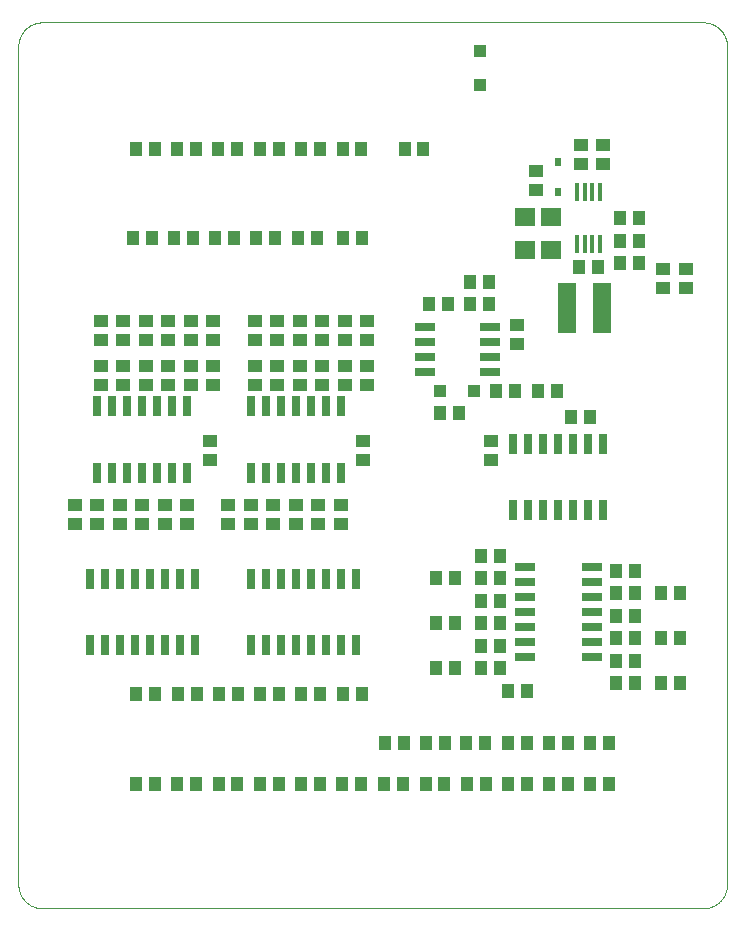
<source format=gtp>
G75*
%MOIN*%
%OFA0B0*%
%FSLAX25Y25*%
%IPPOS*%
%LPD*%
%AMOC8*
5,1,8,0,0,1.08239X$1,22.5*
%
%ADD10C,0.00400*%
%ADD11R,0.04331X0.05118*%
%ADD12R,0.01772X0.06496*%
%ADD13R,0.06299X0.16535*%
%ADD14R,0.05118X0.04331*%
%ADD15R,0.07087X0.06299*%
%ADD16R,0.04331X0.04331*%
%ADD17R,0.02756X0.06890*%
%ADD18R,0.02362X0.03150*%
%ADD19R,0.06890X0.02756*%
D10*
X0001394Y0009268D02*
X0001394Y0288795D01*
X0001396Y0288985D01*
X0001403Y0289175D01*
X0001415Y0289365D01*
X0001431Y0289555D01*
X0001451Y0289744D01*
X0001477Y0289933D01*
X0001506Y0290121D01*
X0001541Y0290308D01*
X0001580Y0290494D01*
X0001623Y0290679D01*
X0001671Y0290864D01*
X0001723Y0291047D01*
X0001779Y0291228D01*
X0001840Y0291408D01*
X0001906Y0291587D01*
X0001975Y0291764D01*
X0002049Y0291940D01*
X0002127Y0292113D01*
X0002210Y0292285D01*
X0002296Y0292454D01*
X0002386Y0292622D01*
X0002481Y0292787D01*
X0002579Y0292950D01*
X0002682Y0293110D01*
X0002788Y0293268D01*
X0002898Y0293423D01*
X0003011Y0293576D01*
X0003129Y0293726D01*
X0003250Y0293872D01*
X0003374Y0294016D01*
X0003502Y0294157D01*
X0003633Y0294295D01*
X0003768Y0294430D01*
X0003906Y0294561D01*
X0004047Y0294689D01*
X0004191Y0294813D01*
X0004337Y0294934D01*
X0004487Y0295052D01*
X0004640Y0295165D01*
X0004795Y0295275D01*
X0004953Y0295381D01*
X0005113Y0295484D01*
X0005276Y0295582D01*
X0005441Y0295677D01*
X0005609Y0295767D01*
X0005778Y0295853D01*
X0005950Y0295936D01*
X0006123Y0296014D01*
X0006299Y0296088D01*
X0006476Y0296157D01*
X0006655Y0296223D01*
X0006835Y0296284D01*
X0007016Y0296340D01*
X0007199Y0296392D01*
X0007384Y0296440D01*
X0007569Y0296483D01*
X0007755Y0296522D01*
X0007942Y0296557D01*
X0008130Y0296586D01*
X0008319Y0296612D01*
X0008508Y0296632D01*
X0008698Y0296648D01*
X0008888Y0296660D01*
X0009078Y0296667D01*
X0009268Y0296669D01*
X0229740Y0296669D01*
X0229930Y0296667D01*
X0230120Y0296660D01*
X0230310Y0296648D01*
X0230500Y0296632D01*
X0230689Y0296612D01*
X0230878Y0296586D01*
X0231066Y0296557D01*
X0231253Y0296522D01*
X0231439Y0296483D01*
X0231624Y0296440D01*
X0231809Y0296392D01*
X0231992Y0296340D01*
X0232173Y0296284D01*
X0232353Y0296223D01*
X0232532Y0296157D01*
X0232709Y0296088D01*
X0232885Y0296014D01*
X0233058Y0295936D01*
X0233230Y0295853D01*
X0233399Y0295767D01*
X0233567Y0295677D01*
X0233732Y0295582D01*
X0233895Y0295484D01*
X0234055Y0295381D01*
X0234213Y0295275D01*
X0234368Y0295165D01*
X0234521Y0295052D01*
X0234671Y0294934D01*
X0234817Y0294813D01*
X0234961Y0294689D01*
X0235102Y0294561D01*
X0235240Y0294430D01*
X0235375Y0294295D01*
X0235506Y0294157D01*
X0235634Y0294016D01*
X0235758Y0293872D01*
X0235879Y0293726D01*
X0235997Y0293576D01*
X0236110Y0293423D01*
X0236220Y0293268D01*
X0236326Y0293110D01*
X0236429Y0292950D01*
X0236527Y0292787D01*
X0236622Y0292622D01*
X0236712Y0292454D01*
X0236798Y0292285D01*
X0236881Y0292113D01*
X0236959Y0291940D01*
X0237033Y0291764D01*
X0237102Y0291587D01*
X0237168Y0291408D01*
X0237229Y0291228D01*
X0237285Y0291047D01*
X0237337Y0290864D01*
X0237385Y0290679D01*
X0237428Y0290494D01*
X0237467Y0290308D01*
X0237502Y0290121D01*
X0237531Y0289933D01*
X0237557Y0289744D01*
X0237577Y0289555D01*
X0237593Y0289365D01*
X0237605Y0289175D01*
X0237612Y0288985D01*
X0237614Y0288795D01*
X0237614Y0009268D01*
X0237612Y0009078D01*
X0237605Y0008888D01*
X0237593Y0008698D01*
X0237577Y0008508D01*
X0237557Y0008319D01*
X0237531Y0008130D01*
X0237502Y0007942D01*
X0237467Y0007755D01*
X0237428Y0007569D01*
X0237385Y0007384D01*
X0237337Y0007199D01*
X0237285Y0007016D01*
X0237229Y0006835D01*
X0237168Y0006655D01*
X0237102Y0006476D01*
X0237033Y0006299D01*
X0236959Y0006123D01*
X0236881Y0005950D01*
X0236798Y0005778D01*
X0236712Y0005609D01*
X0236622Y0005441D01*
X0236527Y0005276D01*
X0236429Y0005113D01*
X0236326Y0004953D01*
X0236220Y0004795D01*
X0236110Y0004640D01*
X0235997Y0004487D01*
X0235879Y0004337D01*
X0235758Y0004191D01*
X0235634Y0004047D01*
X0235506Y0003906D01*
X0235375Y0003768D01*
X0235240Y0003633D01*
X0235102Y0003502D01*
X0234961Y0003374D01*
X0234817Y0003250D01*
X0234671Y0003129D01*
X0234521Y0003011D01*
X0234368Y0002898D01*
X0234213Y0002788D01*
X0234055Y0002682D01*
X0233895Y0002579D01*
X0233732Y0002481D01*
X0233567Y0002386D01*
X0233399Y0002296D01*
X0233230Y0002210D01*
X0233058Y0002127D01*
X0232885Y0002049D01*
X0232709Y0001975D01*
X0232532Y0001906D01*
X0232353Y0001840D01*
X0232173Y0001779D01*
X0231992Y0001723D01*
X0231809Y0001671D01*
X0231624Y0001623D01*
X0231439Y0001580D01*
X0231253Y0001541D01*
X0231066Y0001506D01*
X0230878Y0001477D01*
X0230689Y0001451D01*
X0230500Y0001431D01*
X0230310Y0001415D01*
X0230120Y0001403D01*
X0229930Y0001396D01*
X0229740Y0001394D01*
X0009268Y0001394D01*
X0009078Y0001396D01*
X0008888Y0001403D01*
X0008698Y0001415D01*
X0008508Y0001431D01*
X0008319Y0001451D01*
X0008130Y0001477D01*
X0007942Y0001506D01*
X0007755Y0001541D01*
X0007569Y0001580D01*
X0007384Y0001623D01*
X0007199Y0001671D01*
X0007016Y0001723D01*
X0006835Y0001779D01*
X0006655Y0001840D01*
X0006476Y0001906D01*
X0006299Y0001975D01*
X0006123Y0002049D01*
X0005950Y0002127D01*
X0005778Y0002210D01*
X0005609Y0002296D01*
X0005441Y0002386D01*
X0005276Y0002481D01*
X0005113Y0002579D01*
X0004953Y0002682D01*
X0004795Y0002788D01*
X0004640Y0002898D01*
X0004487Y0003011D01*
X0004337Y0003129D01*
X0004191Y0003250D01*
X0004047Y0003374D01*
X0003906Y0003502D01*
X0003768Y0003633D01*
X0003633Y0003768D01*
X0003502Y0003906D01*
X0003374Y0004047D01*
X0003250Y0004191D01*
X0003129Y0004337D01*
X0003011Y0004487D01*
X0002898Y0004640D01*
X0002788Y0004795D01*
X0002682Y0004953D01*
X0002579Y0005113D01*
X0002481Y0005276D01*
X0002386Y0005441D01*
X0002296Y0005609D01*
X0002210Y0005778D01*
X0002127Y0005950D01*
X0002049Y0006123D01*
X0001975Y0006299D01*
X0001906Y0006476D01*
X0001840Y0006655D01*
X0001779Y0006835D01*
X0001723Y0007016D01*
X0001671Y0007199D01*
X0001623Y0007384D01*
X0001580Y0007569D01*
X0001541Y0007755D01*
X0001506Y0007942D01*
X0001477Y0008130D01*
X0001451Y0008319D01*
X0001431Y0008508D01*
X0001415Y0008698D01*
X0001403Y0008888D01*
X0001396Y0009078D01*
X0001394Y0009268D01*
D11*
X0040567Y0042732D03*
X0046866Y0042732D03*
X0054346Y0042732D03*
X0060646Y0042732D03*
X0068126Y0042732D03*
X0074425Y0042732D03*
X0081906Y0042732D03*
X0088205Y0042732D03*
X0095685Y0042732D03*
X0101984Y0042732D03*
X0109406Y0042732D03*
X0115705Y0042732D03*
X0123392Y0042732D03*
X0129691Y0042732D03*
X0137112Y0042732D03*
X0143411Y0042732D03*
X0150833Y0042732D03*
X0157132Y0042732D03*
X0164553Y0042732D03*
X0170852Y0042732D03*
X0178274Y0042732D03*
X0184573Y0042732D03*
X0191994Y0042732D03*
X0198293Y0042732D03*
X0198293Y0056394D03*
X0191994Y0056394D03*
X0184543Y0056394D03*
X0178244Y0056394D03*
X0170793Y0056394D03*
X0164494Y0056394D03*
X0157043Y0056394D03*
X0150744Y0056394D03*
X0143559Y0056581D03*
X0137260Y0056581D03*
X0129809Y0056581D03*
X0123510Y0056581D03*
X0115793Y0072644D03*
X0109494Y0072644D03*
X0102043Y0072644D03*
X0095744Y0072644D03*
X0088293Y0072644D03*
X0081994Y0072644D03*
X0074543Y0072644D03*
X0068244Y0072644D03*
X0060793Y0072644D03*
X0054494Y0072644D03*
X0047043Y0072644D03*
X0040744Y0072644D03*
X0140744Y0081394D03*
X0147043Y0081394D03*
X0155744Y0081394D03*
X0162043Y0081394D03*
X0162043Y0088894D03*
X0155744Y0088894D03*
X0155744Y0096394D03*
X0162043Y0096394D03*
X0162043Y0103894D03*
X0155744Y0103894D03*
X0155744Y0111394D03*
X0162043Y0111394D03*
X0162043Y0118894D03*
X0155744Y0118894D03*
X0147043Y0111394D03*
X0140744Y0111394D03*
X0140744Y0096394D03*
X0147043Y0096394D03*
X0164494Y0073894D03*
X0170793Y0073894D03*
X0200744Y0076394D03*
X0207043Y0076394D03*
X0207043Y0083894D03*
X0200744Y0083894D03*
X0200744Y0091394D03*
X0207043Y0091394D03*
X0207043Y0098894D03*
X0200744Y0098894D03*
X0200744Y0106394D03*
X0207043Y0106394D03*
X0207043Y0113894D03*
X0200744Y0113894D03*
X0215744Y0106394D03*
X0222043Y0106394D03*
X0222043Y0091394D03*
X0215744Y0091394D03*
X0215744Y0076394D03*
X0222043Y0076394D03*
X0192043Y0165144D03*
X0185744Y0165144D03*
X0180793Y0173894D03*
X0174494Y0173894D03*
X0167043Y0173894D03*
X0160744Y0173894D03*
X0148293Y0166394D03*
X0141994Y0166394D03*
X0144543Y0202644D03*
X0138244Y0202644D03*
X0151994Y0202644D03*
X0158293Y0202644D03*
X0158293Y0210144D03*
X0151994Y0210144D03*
X0115793Y0224829D03*
X0109494Y0224829D03*
X0100793Y0224829D03*
X0094494Y0224829D03*
X0087043Y0224829D03*
X0080744Y0224829D03*
X0073293Y0224829D03*
X0066994Y0224829D03*
X0059543Y0224829D03*
X0053244Y0224829D03*
X0045793Y0224829D03*
X0039494Y0224829D03*
X0040626Y0254346D03*
X0046925Y0254346D03*
X0054346Y0254346D03*
X0060646Y0254346D03*
X0068067Y0254346D03*
X0074366Y0254346D03*
X0081906Y0254346D03*
X0088205Y0254346D03*
X0095685Y0254346D03*
X0101984Y0254346D03*
X0109465Y0254346D03*
X0115764Y0254346D03*
X0130134Y0254346D03*
X0136433Y0254346D03*
X0188244Y0215144D03*
X0194543Y0215144D03*
X0201994Y0216394D03*
X0208293Y0216394D03*
X0208293Y0223894D03*
X0208293Y0231394D03*
X0201994Y0231394D03*
X0201994Y0223894D03*
D12*
X0195144Y0222732D03*
X0192644Y0222732D03*
X0190144Y0222732D03*
X0187644Y0222732D03*
X0187644Y0240055D03*
X0190144Y0240055D03*
X0192644Y0240055D03*
X0195144Y0240055D03*
D13*
X0196049Y0201394D03*
X0184238Y0201394D03*
D14*
X0167644Y0195793D03*
X0167644Y0189494D03*
X0158894Y0157043D03*
X0158894Y0150744D03*
X0117644Y0175744D03*
X0117644Y0182043D03*
X0110144Y0182043D03*
X0110144Y0175744D03*
X0102644Y0175744D03*
X0102644Y0182043D03*
X0095144Y0182043D03*
X0095144Y0175744D03*
X0087644Y0175744D03*
X0087644Y0182043D03*
X0080144Y0182043D03*
X0080144Y0175744D03*
X0080144Y0190744D03*
X0080144Y0197043D03*
X0087644Y0197043D03*
X0087644Y0190744D03*
X0095144Y0190744D03*
X0095144Y0197043D03*
X0102644Y0197043D03*
X0102644Y0190744D03*
X0110144Y0190744D03*
X0110144Y0197043D03*
X0117644Y0197043D03*
X0117644Y0190744D03*
X0116394Y0157043D03*
X0116394Y0150744D03*
X0108894Y0135793D03*
X0108894Y0129494D03*
X0101394Y0129494D03*
X0101394Y0135793D03*
X0093894Y0135793D03*
X0093894Y0129494D03*
X0086394Y0129494D03*
X0086394Y0135793D03*
X0078894Y0135793D03*
X0078894Y0129494D03*
X0071394Y0129494D03*
X0071394Y0135793D03*
X0065144Y0150744D03*
X0065144Y0157043D03*
X0066394Y0175744D03*
X0066394Y0182043D03*
X0058894Y0182043D03*
X0058894Y0175744D03*
X0051394Y0175744D03*
X0051394Y0182043D03*
X0043894Y0182043D03*
X0043894Y0175744D03*
X0036394Y0175744D03*
X0036394Y0182043D03*
X0028894Y0182043D03*
X0028894Y0175744D03*
X0028894Y0190744D03*
X0028894Y0197043D03*
X0036394Y0197043D03*
X0036394Y0190744D03*
X0043894Y0190744D03*
X0043894Y0197043D03*
X0051394Y0197043D03*
X0051394Y0190744D03*
X0058894Y0190744D03*
X0058894Y0197043D03*
X0066394Y0197043D03*
X0066394Y0190744D03*
X0057644Y0135793D03*
X0057644Y0129494D03*
X0050144Y0129494D03*
X0050144Y0135793D03*
X0042644Y0135793D03*
X0042644Y0129494D03*
X0035144Y0129494D03*
X0035144Y0135793D03*
X0027644Y0135793D03*
X0027644Y0129494D03*
X0020144Y0129494D03*
X0020144Y0135793D03*
X0173894Y0240744D03*
X0173894Y0247043D03*
X0188894Y0249494D03*
X0188894Y0255793D03*
X0196394Y0255793D03*
X0196394Y0249494D03*
X0216394Y0214543D03*
X0216394Y0208244D03*
X0223894Y0208244D03*
X0223894Y0214543D03*
D15*
X0178894Y0220882D03*
X0170144Y0220882D03*
X0170144Y0231906D03*
X0178894Y0231906D03*
D16*
X0155144Y0275685D03*
X0155144Y0287102D03*
X0153352Y0173894D03*
X0141935Y0173894D03*
D17*
X0166394Y0156266D03*
X0171394Y0156266D03*
X0176394Y0156266D03*
X0181394Y0156266D03*
X0186394Y0156266D03*
X0191394Y0156266D03*
X0196394Y0156266D03*
X0196394Y0134022D03*
X0191394Y0134022D03*
X0186394Y0134022D03*
X0181394Y0134022D03*
X0176394Y0134022D03*
X0171394Y0134022D03*
X0166394Y0134022D03*
X0113894Y0111266D03*
X0108894Y0111266D03*
X0103894Y0111266D03*
X0098894Y0111266D03*
X0093894Y0111266D03*
X0088894Y0111266D03*
X0083894Y0111266D03*
X0078894Y0111266D03*
X0060144Y0111266D03*
X0055144Y0111266D03*
X0050144Y0111266D03*
X0045144Y0111266D03*
X0040144Y0111266D03*
X0035144Y0111266D03*
X0030144Y0111266D03*
X0025144Y0111266D03*
X0025144Y0089022D03*
X0030144Y0089022D03*
X0035144Y0089022D03*
X0040144Y0089022D03*
X0045144Y0089022D03*
X0050144Y0089022D03*
X0055144Y0089022D03*
X0060144Y0089022D03*
X0078894Y0089022D03*
X0083894Y0089022D03*
X0088894Y0089022D03*
X0093894Y0089022D03*
X0098894Y0089022D03*
X0103894Y0089022D03*
X0108894Y0089022D03*
X0113894Y0089022D03*
X0108894Y0146522D03*
X0103894Y0146522D03*
X0098894Y0146522D03*
X0093894Y0146522D03*
X0088894Y0146522D03*
X0083894Y0146522D03*
X0078894Y0146522D03*
X0057644Y0146522D03*
X0052644Y0146522D03*
X0047644Y0146522D03*
X0042644Y0146522D03*
X0037644Y0146522D03*
X0032644Y0146522D03*
X0027644Y0146522D03*
X0027644Y0168766D03*
X0032644Y0168766D03*
X0037644Y0168766D03*
X0042644Y0168766D03*
X0047644Y0168766D03*
X0052644Y0168766D03*
X0057644Y0168766D03*
X0078894Y0168766D03*
X0083894Y0168766D03*
X0088894Y0168766D03*
X0093894Y0168766D03*
X0098894Y0168766D03*
X0103894Y0168766D03*
X0108894Y0168766D03*
D18*
X0181394Y0240222D03*
X0181394Y0250065D03*
D19*
X0158470Y0195144D03*
X0158470Y0190144D03*
X0158470Y0185144D03*
X0158470Y0180144D03*
X0136817Y0180144D03*
X0136817Y0185144D03*
X0136817Y0190144D03*
X0136817Y0195144D03*
X0170272Y0115144D03*
X0170272Y0110144D03*
X0170272Y0105144D03*
X0170272Y0100144D03*
X0170272Y0095144D03*
X0170272Y0090144D03*
X0170272Y0085144D03*
X0192516Y0085144D03*
X0192516Y0090144D03*
X0192516Y0095144D03*
X0192516Y0100144D03*
X0192516Y0105144D03*
X0192516Y0110144D03*
X0192516Y0115144D03*
M02*

</source>
